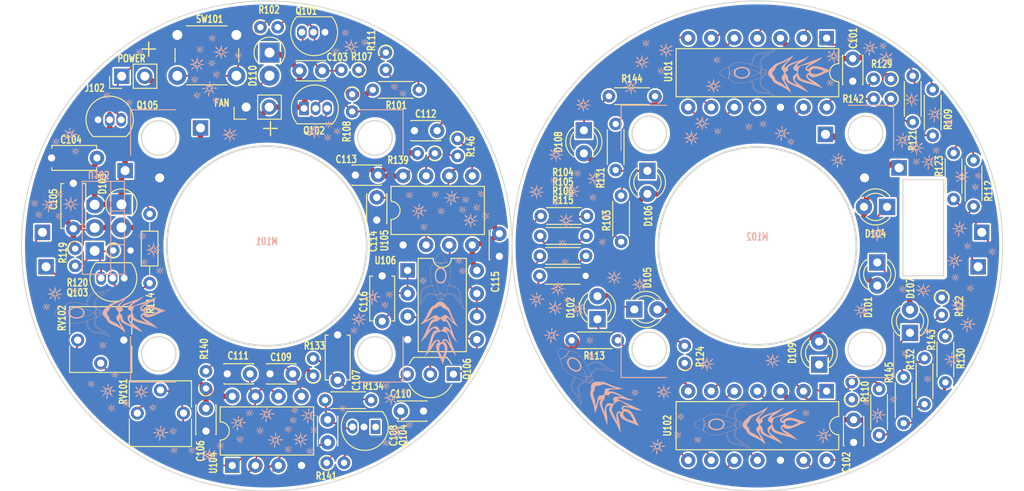
<source format=kicad_pcb>
(kicad_pcb (version 20211014) (generator pcbnew)

  (general
    (thickness 1.646)
  )

  (paper "A4")
  (layers
    (0 "F.Cu" signal)
    (31 "B.Cu" signal)
    (32 "B.Adhes" user "B.Adhesive")
    (33 "F.Adhes" user "F.Adhesive")
    (34 "B.Paste" user)
    (35 "F.Paste" user)
    (36 "B.SilkS" user "B.Silkscreen")
    (37 "F.SilkS" user "F.Silkscreen")
    (38 "B.Mask" user)
    (39 "F.Mask" user)
    (40 "Dwgs.User" user "User.Drawings")
    (41 "Cmts.User" user "User.Comments")
    (42 "Eco1.User" user "User.Eco1")
    (43 "Eco2.User" user "User.Eco2")
    (44 "Edge.Cuts" user)
    (45 "Margin" user)
    (46 "B.CrtYd" user "B.Courtyard")
    (47 "F.CrtYd" user "F.Courtyard")
    (48 "B.Fab" user)
    (49 "F.Fab" user)
    (50 "User.1" user)
    (51 "User.2" user)
    (52 "User.3" user)
    (53 "User.4" user)
    (54 "User.5" user)
    (55 "User.6" user)
    (56 "User.7" user)
    (57 "User.8" user)
    (58 "User.9" user)
  )

  (setup
    (stackup
      (layer "F.SilkS" (type "Top Silk Screen") (color "White"))
      (layer "F.Paste" (type "Top Solder Paste"))
      (layer "F.Mask" (type "Top Solder Mask") (color "Purple") (thickness 0.0254))
      (layer "F.Cu" (type "copper") (thickness 0.0356))
      (layer "dielectric 1" (type "core") (thickness 1.524) (material "FR4") (epsilon_r 4.5) (loss_tangent 0.02))
      (layer "B.Cu" (type "copper") (thickness 0.0356))
      (layer "B.Mask" (type "Bottom Solder Mask") (color "Purple") (thickness 0.0254))
      (layer "B.Paste" (type "Bottom Solder Paste"))
      (layer "B.SilkS" (type "Bottom Silk Screen") (color "White"))
      (copper_finish "ENIG")
      (dielectric_constraints no)
    )
    (pad_to_mask_clearance 0.0762)
    (solder_mask_min_width 0.1016)
    (aux_axis_origin 167 100)
    (pcbplotparams
      (layerselection 0x00010fc_ffffffff)
      (disableapertmacros false)
      (usegerberextensions false)
      (usegerberattributes true)
      (usegerberadvancedattributes true)
      (creategerberjobfile true)
      (svguseinch false)
      (svgprecision 6)
      (excludeedgelayer true)
      (plotframeref false)
      (viasonmask false)
      (mode 1)
      (useauxorigin false)
      (hpglpennumber 1)
      (hpglpenspeed 20)
      (hpglpendiameter 15.000000)
      (dxfpolygonmode true)
      (dxfimperialunits true)
      (dxfusepcbnewfont true)
      (psnegative false)
      (psa4output false)
      (plotreference true)
      (plotvalue true)
      (plotinvisibletext false)
      (sketchpadsonfab false)
      (subtractmaskfromsilk false)
      (outputformat 1)
      (mirror false)
      (drillshape 1)
      (scaleselection 1)
      (outputdirectory "")
    )
  )

  (net 0 "")
  (net 1 "+4V")
  (net 2 "GND")
  (net 3 "Net-(C103-Pad1)")
  (net 4 "Net-(C107-Pad1)")
  (net 5 "Net-(C108-Pad1)")
  (net 6 "Net-(C108-Pad2)")
  (net 7 "Net-(C109-Pad1)")
  (net 8 "Net-(C110-Pad1)")
  (net 9 "Net-(D101-Pad1)")
  (net 10 "Net-(D102-Pad1)")
  (net 11 "Net-(D104-Pad1)")
  (net 12 "Net-(D105-Pad1)")
  (net 13 "Net-(D106-Pad1)")
  (net 14 "Net-(D107-Pad1)")
  (net 15 "Net-(D108-Pad1)")
  (net 16 "Net-(D109-Pad1)")
  (net 17 "Net-(Q101-Pad2)")
  (net 18 "Net-(Q102-Pad2)")
  (net 19 "Net-(Q102-Pad3)")
  (net 20 "Net-(Q103-Pad2)")
  (net 21 "Net-(Q103-Pad3)")
  (net 22 "unconnected-(Q104-Pad1)")
  (net 23 "Net-(R101-Pad2)")
  (net 24 "Net-(R109-Pad2)")
  (net 25 "Net-(R110-Pad2)")
  (net 26 "Net-(R121-Pad2)")
  (net 27 "Net-(R122-Pad2)")
  (net 28 "Net-(R129-Pad2)")
  (net 29 "Net-(R130-Pad2)")
  (net 30 "Net-(R141-Pad1)")
  (net 31 "Net-(R142-Pad2)")
  (net 32 "Net-(R143-Pad2)")
  (net 33 "+5V")
  (net 34 "Net-(D110-Pad2)")
  (net 35 "Net-(C112-Pad1)")
  (net 36 "Net-(C114-Pad1)")
  (net 37 "Net-(C116-Pad1)")
  (net 38 "/Sample")
  (net 39 "Net-(Q106-Pad3)")
  (net 40 "Net-(R139-Pad1)")
  (net 41 "Net-(RV101-Pad1)")
  (net 42 "/Four_Fifths_Ref.")
  (net 43 "/Three_Fifths_Ref.")
  (net 44 "/Two_Fifths_Ref.")
  (net 45 "/One_Fifth_Ref.")
  (net 46 "/Ref.")
  (net 47 "/Random")

  (footprint "Resistor_THT:R_Axial_DIN0204_L3.6mm_D1.6mm_P1.90mm_Vertical" (layer "F.Cu") (at 153.1 78.695 -90))

  (footprint "Package_DIP:DIP-8_W7.62mm" (layer "F.Cu") (at 155.5 102.7))

  (footprint "Resistor_THT:R_Axial_DIN0204_L3.6mm_D1.6mm_P5.08mm_Horizontal" (layer "F.Cu") (at 211.1 86.34 90))

  (footprint "Resistor_THT:R_Axial_DIN0204_L3.6mm_D1.6mm_P5.08mm_Horizontal" (layer "F.Cu") (at 207.4 120.84 90))

  (footprint "parts:PinHeader_1x01_P2.54mm_Vertical" (layer "F.Cu") (at 201.5 87.7))

  (footprint "Potentiometer_THT:Potentiometer_Vishay_T73YP_Vertical" (layer "F.Cu") (at 119.175 110.375 -90))

  (footprint "Resistor_THT:R_Axial_DIN0204_L3.6mm_D1.6mm_P1.90mm_Vertical" (layer "F.Cu") (at 161 88.195 -90))

  (footprint "Resistor_THT:R_Axial_DIN0204_L3.6mm_D1.6mm_P5.08mm_Horizontal" (layer "F.Cu") (at 210.1 119.54 90))

  (footprint "LED_THT:LED_D3.0mm" (layer "F.Cu") (at 176.4 108.075 90))

  (footprint "Resistor_THT:R_Axial_DIN0204_L3.6mm_D1.6mm_P5.08mm_Horizontal" (layer "F.Cu") (at 217.8 95.64 90))

  (footprint "Resistor_THT:R_Axial_DIN0204_L3.6mm_D1.6mm_P5.08mm_Horizontal" (layer "F.Cu") (at 170.1 98.9))

  (footprint "Resistor_THT:R_Axial_DIN0204_L3.6mm_D1.6mm_P5.08mm_Horizontal" (layer "F.Cu") (at 215.6 94.84 90))

  (footprint "Resistor_THT:R_Axial_DIN0204_L3.6mm_D1.6mm_P1.90mm_Vertical" (layer "F.Cu") (at 149.4 83.295 -90))

  (footprint "Capacitor_THT:C_Disc_D3.0mm_W2.0mm_P2.50mm" (layer "F.Cu") (at 204.5 79.35 -90))

  (footprint "Resistor_THT:R_Axial_DIN0204_L3.6mm_D1.6mm_P5.08mm_Horizontal" (layer "F.Cu") (at 213.3 87.84 90))

  (footprint "Capacitor_THT:C_Disc_D3.0mm_W2.0mm_P2.50mm" (layer "F.Cu") (at 204.6 119.15 -90))

  (footprint "parts:PinHeader_1x01_P2.54mm_Vertical" (layer "F.Cu") (at 124.4 91.7))

  (footprint "Resistor_THT:R_Axial_DIN0204_L3.6mm_D1.6mm_P1.90mm_Vertical" (layer "F.Cu") (at 123.1 100.5))

  (footprint "Resistor_THT:R_Axial_DIN0204_L3.6mm_D1.6mm_P5.08mm_Horizontal" (layer "F.Cu") (at 175.1 103.3 180))

  (footprint "LED_THT:LED_D3.0mm" (layer "F.Cu") (at 200.8 113.075 90))

  (footprint "Package_TO_SOT_THT:TO-92L_Inline" (layer "F.Cu") (at 151.97 119.95 180))

  (footprint "LED_THT:LED_D3.0mm" (layer "F.Cu") (at 208.275 95.7 180))

  (footprint "Capacitor_THT:C_Disc_D3.0mm_W2.0mm_P2.50mm" (layer "F.Cu") (at 133.3 117.9 -90))

  (footprint "Diode_THT:D_DO-41_SOD81_P2.54mm_Vertical_AnodeUp" (layer "F.Cu") (at 140.3 78.7 -90))

  (footprint "parts:PinHeader_1x01_P2.54mm_Vertical" (layer "F.Cu") (at 132.7 87))

  (footprint "Capacitor_THT:C_Disc_D3.0mm_W2.0mm_P2.50mm" (layer "F.Cu") (at 154.75 118.2))

  (footprint "Capacitor_THT:C_Disc_D3.0mm_W2.0mm_P2.50mm" (layer "F.Cu") (at 158.75 87.3 180))

  (footprint "Potentiometer_THT:Potentiometer_Vishay_T73YP_Vertical" (layer "F.Cu") (at 130.825 118.425 90))

  (footprint "Capacitor_THT:C_Disc_D3.0mm_W2.0mm_P2.50mm" (layer "F.Cu") (at 165.6 98.65 -90))

  (footprint "Capacitor_THT:C_Disc_D4.7mm_W2.5mm_P5.00mm" (layer "F.Cu") (at 118.7 98.1 90))

  (footprint "parts:PinHeader_1x01_P2.54mm_Vertical" (layer "F.Cu") (at 205.8 92.5))

  (footprint "Resistor_THT:R_Axial_DIN0204_L3.6mm_D1.6mm_P5.08mm_Horizontal" (layer "F.Cu") (at 214.7 109.96 -90))

  (footprint "Capacitor_THT:C_Disc_D3.0mm_W2.0mm_P2.50mm" (layer "F.Cu") (at 146.7 119.15 -90))

  (footprint "Resistor_THT:R_Axial_DIN0204_L3.6mm_D1.6mm_P5.08mm_Horizontal" (layer "F.Cu") (at 151.66 82.8))

  (footprint "Resistor_THT:R_Axial_DIN0204_L3.6mm_D1.6mm_P1.90mm_Vertical" (layer "F.Cu") (at 186 112.905 90))

  (footprint "Resistor_THT:R_Axial_DIN0204_L3.6mm_D1.6mm_P5.08mm_Horizontal" (layer "F.Cu") (at 175.14 101.1 180))

  (footprint "LED_THT:LED_D3.0mm" (layer "F.Cu") (at 210.8 109.575 90))

  (footprint "parts:PinHeader_1x01_P2.54mm_Vertical" (layer "F.Cu") (at 128.2 92.5))

  (footprint "LED_THT:LED_D3.0mm" (layer "F.Cu") (at 181.9 91.725 -90))

  (footprint "Package_TO_SOT_THT:TO-92_Inline" (layer "F.Cu") (at 121.43 86.1))

  (footprint "parts:PinHeader_1x01_P2.54mm_Vertical" (layer "F.Cu") (at 218.3 102.3))

  (footprint "Package_TO_SOT_THT:TO-92L_Inline" (layer "F.Cu") (at 144.1 84.845))

  (footprint "Capacitor_THT:C_Disc_D4.7mm_W2.5mm_P5.00mm" (layer "F.Cu") (at 147.8 114.8 90))

  (footprint "parts:PinHeader_1x01_P2.54mm_Vertical" (layer "F.Cu") (at 218.7 98.5))

  (footprint "Resistor_THT:R_Axial_DIN0204_L3.6mm_D1.6mm_P7.62mm_Horizontal" (layer "F.Cu") (at 127.1 104.1 90))

  (footprint "Connector_PinHeader_2.54mm:PinHeader_1x02_P2.54mm_Vertical" (layer "F.Cu") (at 137.725 84.7 90))

  (footprint "Resistor_THT:R_Axial_DIN0204_L3.6mm_D1.6mm_P1.90mm_Vertical" (layer "F.Cu") (at 118.9 100.3 -90))

  (footprint "Resistor_THT:R_Axial_DIN0204_L3.6mm_D1.6mm_P5.08mm_Horizontal" (layer "F.Cu") (at 212.4 112.36 -90))

  (footprint "Resistor_THT:R_Axial_DIN0204_L3.6mm_D1.6mm_P5.08mm_Horizontal" (layer "F.Cu") (at 151.49 117 180))

  (footprint "Capacitor_THT:C_Disc_D3.0mm_W2.0mm_P2.50mm" (layer "F.Cu") (at 138.15 114.1 180))

  (footprint "Resistor_THT:R_Axial_DIN0204_L3.6mm_D1.6mm_P1.90mm_Vertical" (layer "F.Cu") (at 146.595 123.9))

  (footprint "Resistor_THT:R_Axial_DIN0204_L3.6mm_D1.6mm_P1.90mm_Vertical" (layer "F.Cu") (at 158.5 89.8 180))

  (footprint "Capacitor_THT:C_Disc_D3.0mm_W2.0mm_P2.50mm" (layer "F.Cu") (at 152.1 94.65 -90))

  (footprint "Resistor_THT:R_Axial_DIN0204_L3.6mm_D1.6mm_P5.08mm_Horizontal" (layer "F.Cu") (at 177.66 83.5))

  (footprint "Resistor_THT:R_Axial_DIN0204_L3.6mm_D1.6mm_P1.90mm_Vertical" (layer "F.Cu") (at 208.705 81.6 180))

  (footprint "Package_TO_SOT_THT:TO-92L_Inline" (layer "F.Cu") (at 124.3 103.55 180))

  (footprint "Button_Switch_THT:SW_PUSH_6mm" (layer "F.Cu") (at 130.15 76.75))

  (footprint "Package_DIP:DIP-14_W7.62mm" (layer "F.Cu") (at 201.625 116 -90))

  (footprint "Package_DIP:DIP-14_W7.62mm" (layer "F.Cu") (at 201.625 77.1 -90))

  (footprint "parts:PinHeader_1x01_P2.54mm_Vertical" (layer "F.Cu") (at 115.7 102.3))

  (footprint "Resistor_THT:R_Axial_DIN0204_L3.6mm_D1.6mm_P5.08mm_Horizontal" (layer "F.Cu")
    (tedit 5AE5139B) (tstamp a96ae1f3-d0ef-4698-9f3e-886158365793)
    (at 178.4 91.64 90)
    (descr "Resistor, Axial_DIN0204 series, Axial, Horizontal, pin pitch=5.08mm, 0.167W, length*diameter=3.6*1.6mm^2, http://cdn-reichelt.de/documents/datenblatt/B400/1_4W%23YAG.pdf")
    (tags "Resistor Axial_DIN0204 series Axial Horizontal pin pitch 5.08mm 0.167W length 3.6mm 
... [4237587 chars truncated]
</source>
